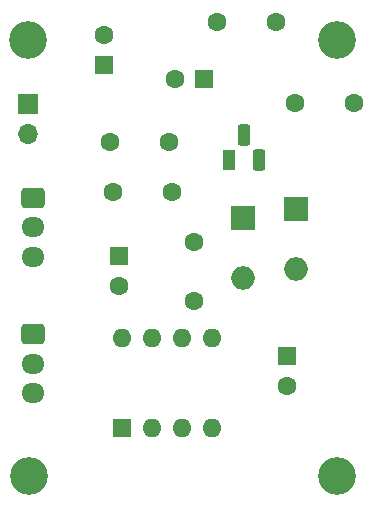
<source format=gbr>
%TF.GenerationSoftware,KiCad,Pcbnew,7.0.9*%
%TF.CreationDate,2023-12-11T11:25:51+01:00*%
%TF.ProjectId,3v3To5vPowerSupply,33763354-6f35-4765-906f-776572537570,1.1*%
%TF.SameCoordinates,Original*%
%TF.FileFunction,Soldermask,Top*%
%TF.FilePolarity,Negative*%
%FSLAX46Y46*%
G04 Gerber Fmt 4.6, Leading zero omitted, Abs format (unit mm)*
G04 Created by KiCad (PCBNEW 7.0.9) date 2023-12-11 11:25:51*
%MOMM*%
%LPD*%
G01*
G04 APERTURE LIST*
G04 Aperture macros list*
%AMRoundRect*
0 Rectangle with rounded corners*
0 $1 Rounding radius*
0 $2 $3 $4 $5 $6 $7 $8 $9 X,Y pos of 4 corners*
0 Add a 4 corners polygon primitive as box body*
4,1,4,$2,$3,$4,$5,$6,$7,$8,$9,$2,$3,0*
0 Add four circle primitives for the rounded corners*
1,1,$1+$1,$2,$3*
1,1,$1+$1,$4,$5*
1,1,$1+$1,$6,$7*
1,1,$1+$1,$8,$9*
0 Add four rect primitives between the rounded corners*
20,1,$1+$1,$2,$3,$4,$5,0*
20,1,$1+$1,$4,$5,$6,$7,0*
20,1,$1+$1,$6,$7,$8,$9,0*
20,1,$1+$1,$8,$9,$2,$3,0*%
G04 Aperture macros list end*
%ADD10R,1.100000X1.800000*%
%ADD11RoundRect,0.275000X-0.275000X-0.625000X0.275000X-0.625000X0.275000X0.625000X-0.275000X0.625000X0*%
%ADD12O,1.700000X1.700000*%
%ADD13R,1.700000X1.700000*%
%ADD14RoundRect,0.250000X-0.725000X0.600000X-0.725000X-0.600000X0.725000X-0.600000X0.725000X0.600000X0*%
%ADD15O,1.950000X1.700000*%
%ADD16C,1.600000*%
%ADD17C,3.200000*%
%ADD18R,1.600000X1.600000*%
%ADD19R,2.000000X2.000000*%
%ADD20O,2.000000X2.000000*%
%ADD21O,1.600000X1.600000*%
G04 APERTURE END LIST*
D10*
%TO.C,U3*%
X74803000Y-27451000D03*
D11*
X76073000Y-25381000D03*
X77343000Y-27451000D03*
%TD*%
D12*
%TO.C,J2*%
X57785000Y-25273000D03*
D13*
X57785000Y-22733000D03*
%TD*%
D14*
%TO.C,J3*%
X58207144Y-30648144D03*
D15*
X58207144Y-33148144D03*
X58207144Y-35648144D03*
%TD*%
D16*
%TO.C,C9*%
X71882000Y-34417000D03*
X71882000Y-39417000D03*
%TD*%
%TO.C,C8*%
X69963544Y-30216344D03*
X64963544Y-30216344D03*
%TD*%
D17*
%TO.C,REF\u002A\u002A*%
X57912000Y-54229000D03*
%TD*%
D18*
%TO.C,C1*%
X79756000Y-44109000D03*
D16*
X79756000Y-46609000D03*
%TD*%
%TO.C,C6*%
X69770000Y-25908000D03*
X64770000Y-25908000D03*
%TD*%
%TO.C,C3*%
X80391000Y-22606000D03*
X85391000Y-22606000D03*
%TD*%
D18*
%TO.C,C7*%
X65532000Y-35624888D03*
D16*
X65532000Y-38124888D03*
%TD*%
D18*
%TO.C,C2*%
X72729856Y-20574000D03*
D16*
X70229856Y-20574000D03*
%TD*%
D19*
%TO.C,D2*%
X80457544Y-31587944D03*
D20*
X80457544Y-36667944D03*
%TD*%
D14*
%TO.C,J1*%
X58207144Y-42205144D03*
D15*
X58207144Y-44705144D03*
X58207144Y-47205144D03*
%TD*%
D17*
%TO.C,REF\u002A\u002A*%
X57785000Y-17272000D03*
%TD*%
%TO.C,REF\u002A\u002A*%
X83947000Y-54229000D03*
%TD*%
D18*
%TO.C,U1*%
X65796000Y-50155000D03*
D21*
X68336000Y-50155000D03*
X70876000Y-50155000D03*
X73416000Y-50155000D03*
X73416000Y-42535000D03*
X70876000Y-42535000D03*
X68336000Y-42535000D03*
X65796000Y-42535000D03*
%TD*%
D17*
%TO.C,REF\u002A\u002A*%
X83947000Y-17272000D03*
%TD*%
D19*
%TO.C,D1*%
X76037944Y-32400744D03*
D20*
X76037944Y-37480744D03*
%TD*%
D18*
%TO.C,C4*%
X64262000Y-19391000D03*
D16*
X64262000Y-16891000D03*
%TD*%
%TO.C,C5*%
X73827000Y-15748000D03*
X78827000Y-15748000D03*
%TD*%
M02*

</source>
